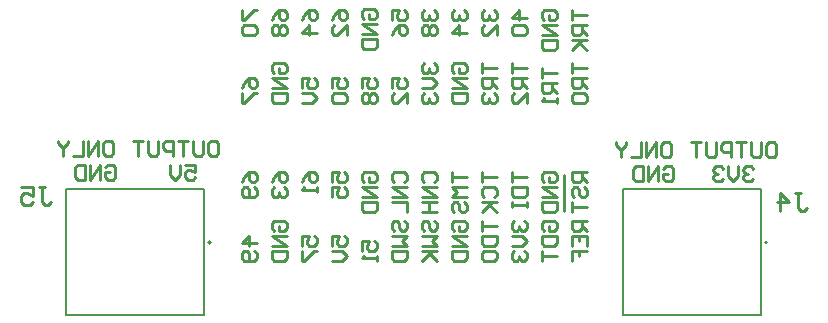
<source format=gbo>
G04*
G04 #@! TF.GenerationSoftware,Altium Limited,Altium Designer,24.0.1 (36)*
G04*
G04 Layer_Color=32896*
%FSLAX44Y44*%
%MOMM*%
G71*
G04*
G04 #@! TF.SameCoordinates,FEA383FD-90B8-454F-AD33-5B4C9E3D299A*
G04*
G04*
G04 #@! TF.FilePolarity,Positive*
G04*
G01*
G75*
%ADD10C,0.2000*%
%ADD11C,0.2540*%
%ADD12C,0.1270*%
D10*
X157850Y44450D02*
G03*
X157850Y44450I-1000J0D01*
G01*
X629250D02*
G03*
X629250Y44450I-1000J0D01*
G01*
D11*
X457200Y71120D02*
Y101600D01*
X476248Y104140D02*
X463552D01*
Y97792D01*
X465668Y95676D01*
X469900D01*
X472016Y97792D01*
Y104140D01*
Y99908D02*
X476248Y95676D01*
X465668Y82980D02*
X463552Y85096D01*
Y89328D01*
X465668Y91444D01*
X467784D01*
X469900Y89328D01*
Y85096D01*
X472016Y82980D01*
X474132D01*
X476248Y85096D01*
Y89328D01*
X474132Y91444D01*
X463552Y78748D02*
Y70284D01*
Y74516D01*
X476248D01*
X476248Y63066D02*
X463552D01*
Y56718D01*
X465668Y54602D01*
X469900D01*
X472016Y56718D01*
Y63066D01*
Y58834D02*
X476248Y54602D01*
X463552Y41906D02*
Y50370D01*
X476248D01*
Y41906D01*
X469900Y50370D02*
Y46138D01*
X463552Y29210D02*
Y37674D01*
X469900D01*
Y33442D01*
Y37674D01*
X476248D01*
X440268Y54602D02*
X438152Y56718D01*
Y60950D01*
X440268Y63066D01*
X448732D01*
X450848Y60950D01*
Y56718D01*
X448732Y54602D01*
X444500D01*
Y58834D01*
X438152Y50370D02*
X450848D01*
Y44022D01*
X448732Y41906D01*
X440268D01*
X438152Y44022D01*
Y50370D01*
Y37674D02*
Y29210D01*
Y33442D01*
X450848D01*
X414868Y63066D02*
X412752Y60950D01*
Y56718D01*
X414868Y54602D01*
X416984D01*
X419100Y56718D01*
Y58834D01*
Y56718D01*
X421216Y54602D01*
X423332D01*
X425448Y56718D01*
Y60950D01*
X423332Y63066D01*
X412752Y50370D02*
X421216D01*
X425448Y46138D01*
X421216Y41906D01*
X412752D01*
X414868Y37674D02*
X412752Y35558D01*
Y31326D01*
X414868Y29210D01*
X416984D01*
X419100Y31326D01*
Y33442D01*
Y31326D01*
X421216Y29210D01*
X423332D01*
X425448Y31326D01*
Y35558D01*
X423332Y37674D01*
X387352Y63066D02*
Y54602D01*
Y58834D01*
X400048D01*
X387352Y50370D02*
X400048D01*
Y44022D01*
X397932Y41906D01*
X389468D01*
X387352Y44022D01*
Y50370D01*
Y31326D02*
Y35558D01*
X389468Y37674D01*
X397932D01*
X400048Y35558D01*
Y31326D01*
X397932Y29210D01*
X389468D01*
X387352Y31326D01*
X364068Y54602D02*
X361952Y56718D01*
Y60950D01*
X364068Y63066D01*
X372532D01*
X374648Y60950D01*
Y56718D01*
X372532Y54602D01*
X368300D01*
Y58834D01*
X374648Y50370D02*
X361952D01*
X374648Y41906D01*
X361952D01*
Y37674D02*
X374648D01*
Y31326D01*
X372532Y29210D01*
X364068D01*
X361952Y31326D01*
Y37674D01*
X338668Y54602D02*
X336552Y56718D01*
Y60950D01*
X338668Y63066D01*
X340784D01*
X342900Y60950D01*
Y56718D01*
X345016Y54602D01*
X347132D01*
X349248Y56718D01*
Y60950D01*
X347132Y63066D01*
X336552Y50370D02*
X349248D01*
X345016Y46138D01*
X349248Y41906D01*
X336552D01*
Y37674D02*
X349248D01*
X345016D01*
X336552Y29210D01*
X342900Y35558D01*
X349248Y29210D01*
X313268Y54602D02*
X311152Y56718D01*
Y60950D01*
X313268Y63066D01*
X315384D01*
X317500Y60950D01*
Y56718D01*
X319616Y54602D01*
X321732D01*
X323848Y56718D01*
Y60950D01*
X321732Y63066D01*
X311152Y50370D02*
X323848D01*
X319616Y46138D01*
X323848Y41906D01*
X311152D01*
Y37674D02*
X323848D01*
Y31326D01*
X321732Y29210D01*
X313268D01*
X311152Y31326D01*
Y37674D01*
X285752D02*
Y46138D01*
X292100D01*
X289984Y41906D01*
Y39790D01*
X292100Y37674D01*
X296332D01*
X298448Y39790D01*
Y44022D01*
X296332Y46138D01*
X298448Y33442D02*
Y29210D01*
Y31326D01*
X285752D01*
X287868Y33442D01*
X260352Y41906D02*
Y50370D01*
X266700D01*
X264584Y46138D01*
Y44022D01*
X266700Y41906D01*
X270932D01*
X273048Y44022D01*
Y48254D01*
X270932Y50370D01*
X260352Y37674D02*
X268816D01*
X273048Y33442D01*
X268816Y29210D01*
X260352D01*
X234952Y41906D02*
Y50370D01*
X241300D01*
X239184Y46138D01*
Y44022D01*
X241300Y41906D01*
X245532D01*
X247648Y44022D01*
Y48254D01*
X245532Y50370D01*
X234952Y37674D02*
Y29210D01*
X237068D01*
X245532Y37674D01*
X247648D01*
X211668Y54602D02*
X209552Y56718D01*
Y60950D01*
X211668Y63066D01*
X220132D01*
X222248Y60950D01*
Y56718D01*
X220132Y54602D01*
X215900D01*
Y58834D01*
X222248Y50370D02*
X209552D01*
X222248Y41906D01*
X209552D01*
Y37674D02*
X222248D01*
Y31326D01*
X220132Y29210D01*
X211668D01*
X209552Y31326D01*
Y37674D01*
X196848Y44022D02*
X184152D01*
X190500Y50370D01*
Y41906D01*
X194732Y37674D02*
X196848Y35558D01*
Y31326D01*
X194732Y29210D01*
X186268D01*
X184152Y31326D01*
Y35558D01*
X186268Y37674D01*
X188384D01*
X190500Y35558D01*
Y29210D01*
X68572Y108372D02*
X70688Y110488D01*
X74920D01*
X77036Y108372D01*
Y99908D01*
X74920Y97792D01*
X70688D01*
X68572Y99908D01*
Y104140D01*
X72804D01*
X64340Y97792D02*
Y110488D01*
X55876Y97792D01*
Y110488D01*
X51644D02*
Y97792D01*
X45296D01*
X43180Y99908D01*
Y108372D01*
X45296Y110488D01*
X51644D01*
X157884Y130808D02*
X162115D01*
X164231Y128692D01*
Y120228D01*
X162115Y118112D01*
X157884D01*
X155767Y120228D01*
Y128692D01*
X157884Y130808D01*
X151536D02*
Y120228D01*
X149419Y118112D01*
X145188D01*
X143072Y120228D01*
Y130808D01*
X138840D02*
X130376D01*
X134608D01*
Y118112D01*
X126144D02*
Y130808D01*
X119796D01*
X117680Y128692D01*
Y124460D01*
X119796Y122344D01*
X126144D01*
X113448Y130808D02*
Y120228D01*
X111332Y118112D01*
X107100D01*
X104984Y120228D01*
Y130808D01*
X100752D02*
X92288D01*
X96520D01*
Y118112D01*
X69012Y130808D02*
X73244D01*
X75360Y128692D01*
Y120228D01*
X73244Y118112D01*
X69012D01*
X66896Y120228D01*
Y128692D01*
X69012Y130808D01*
X62664Y118112D02*
Y130808D01*
X54200Y118112D01*
Y130808D01*
X49968D02*
Y118112D01*
X41505D01*
X37273Y130808D02*
Y128692D01*
X33041Y124460D01*
X28809Y128692D01*
Y130808D01*
X33041Y124460D02*
Y118112D01*
X136316Y110488D02*
X144780D01*
Y104140D01*
X140548Y106256D01*
X138432D01*
X136316Y104140D01*
Y99908D01*
X138432Y97792D01*
X142664D01*
X144780Y99908D01*
X132084Y110488D02*
Y102024D01*
X127852Y97792D01*
X123620Y102024D01*
Y110488D01*
X630323Y129538D02*
X634555D01*
X636671Y127422D01*
Y118958D01*
X634555Y116842D01*
X630323D01*
X628208Y118958D01*
Y127422D01*
X630323Y129538D01*
X623975D02*
Y118958D01*
X621860Y116842D01*
X617628D01*
X615512Y118958D01*
Y129538D01*
X611280D02*
X602816D01*
X607048D01*
Y116842D01*
X598584D02*
Y129538D01*
X592236D01*
X590120Y127422D01*
Y123190D01*
X592236Y121074D01*
X598584D01*
X585888Y129538D02*
Y118958D01*
X583772Y116842D01*
X579540D01*
X577424Y118958D01*
Y129538D01*
X573192D02*
X564728D01*
X568960D01*
Y116842D01*
X541452Y129538D02*
X545684D01*
X547800Y127422D01*
Y118958D01*
X545684Y116842D01*
X541452D01*
X539336Y118958D01*
Y127422D01*
X541452Y129538D01*
X535104Y116842D02*
Y129538D01*
X526640Y116842D01*
Y129538D01*
X522408D02*
Y116842D01*
X513945D01*
X509712Y129538D02*
Y127422D01*
X505481Y123190D01*
X501249Y127422D01*
Y129538D01*
X505481Y123190D02*
Y116842D01*
X541012Y107102D02*
X543128Y109218D01*
X547360D01*
X549476Y107102D01*
Y98638D01*
X547360Y96522D01*
X543128D01*
X541012Y98638D01*
Y102870D01*
X545244D01*
X536780Y96522D02*
Y109218D01*
X528316Y96522D01*
Y109218D01*
X524084D02*
Y96522D01*
X517736D01*
X515620Y98638D01*
Y107102D01*
X517736Y109218D01*
X524084D01*
X617220Y107102D02*
X615104Y109218D01*
X610872D01*
X608756Y107102D01*
Y104986D01*
X610872Y102870D01*
X612988D01*
X610872D01*
X608756Y100754D01*
Y98638D01*
X610872Y96522D01*
X615104D01*
X617220Y98638D01*
X604524Y109218D02*
Y100754D01*
X600292Y96522D01*
X596060Y100754D01*
Y109218D01*
X591828Y107102D02*
X589712Y109218D01*
X585480D01*
X583364Y107102D01*
Y104986D01*
X585480Y102870D01*
X587596D01*
X585480D01*
X583364Y100754D01*
Y98638D01*
X585480Y96522D01*
X589712D01*
X591828Y98638D01*
X338668Y95676D02*
X336552Y97792D01*
Y102024D01*
X338668Y104140D01*
X347132D01*
X349248Y102024D01*
Y97792D01*
X347132Y95676D01*
X349248Y91444D02*
X336552D01*
X349248Y82980D01*
X336552D01*
Y78748D02*
X349248D01*
X342900D01*
Y70284D01*
X336552D01*
X349248D01*
X313268Y95676D02*
X311152Y97792D01*
Y102024D01*
X313268Y104140D01*
X321732D01*
X323848Y102024D01*
Y97792D01*
X321732Y95676D01*
X323848Y91444D02*
X311152D01*
X323848Y82980D01*
X311152D01*
Y78748D02*
X323848D01*
Y70284D01*
X260352Y232836D02*
X262468Y237068D01*
X266700Y241300D01*
X270932D01*
X273048Y239184D01*
Y234952D01*
X270932Y232836D01*
X268816D01*
X266700Y234952D01*
Y241300D01*
X273048Y220140D02*
Y228604D01*
X264584Y220140D01*
X262468D01*
X260352Y222256D01*
Y226488D01*
X262468Y228604D01*
X184152Y241300D02*
Y232836D01*
X186268D01*
X194732Y241300D01*
X196848D01*
X186268Y228604D02*
X184152Y226488D01*
Y222256D01*
X186268Y220140D01*
X194732D01*
X196848Y222256D01*
Y226488D01*
X194732Y228604D01*
X186268D01*
X209552Y232836D02*
X211668Y237068D01*
X215900Y241300D01*
X220132D01*
X222248Y239184D01*
Y234952D01*
X220132Y232836D01*
X218016D01*
X215900Y234952D01*
Y241300D01*
X211668Y228604D02*
X209552Y226488D01*
Y222256D01*
X211668Y220140D01*
X213784D01*
X215900Y222256D01*
X218016Y220140D01*
X220132D01*
X222248Y222256D01*
Y226488D01*
X220132Y228604D01*
X218016D01*
X215900Y226488D01*
X213784Y228604D01*
X211668D01*
X215900Y226488D02*
Y222256D01*
X234952Y232836D02*
X237068Y237068D01*
X241300Y241300D01*
X245532D01*
X247648Y239184D01*
Y234952D01*
X245532Y232836D01*
X243416D01*
X241300Y234952D01*
Y241300D01*
X247648Y222256D02*
X234952D01*
X241300Y228604D01*
Y220140D01*
X287868Y233672D02*
X285752Y235788D01*
Y240020D01*
X287868Y242136D01*
X296332D01*
X298448Y240020D01*
Y235788D01*
X296332Y233672D01*
X292100D01*
Y237904D01*
X298448Y229440D02*
X285752D01*
X298448Y220976D01*
X285752D01*
Y216744D02*
X298448D01*
Y210396D01*
X296332Y208280D01*
X287868D01*
X285752Y210396D01*
Y216744D01*
X311152Y232836D02*
Y241300D01*
X317500D01*
X315384Y237068D01*
Y234952D01*
X317500Y232836D01*
X321732D01*
X323848Y234952D01*
Y239184D01*
X321732Y241300D01*
X311152Y220140D02*
X313268Y224372D01*
X317500Y228604D01*
X321732D01*
X323848Y226488D01*
Y222256D01*
X321732Y220140D01*
X319616D01*
X317500Y222256D01*
Y228604D01*
X338668Y241300D02*
X336552Y239184D01*
Y234952D01*
X338668Y232836D01*
X340784D01*
X342900Y234952D01*
Y237068D01*
Y234952D01*
X345016Y232836D01*
X347132D01*
X349248Y234952D01*
Y239184D01*
X347132Y241300D01*
X338668Y228604D02*
X336552Y226488D01*
Y222256D01*
X338668Y220140D01*
X340784D01*
X342900Y222256D01*
X345016Y220140D01*
X347132D01*
X349248Y222256D01*
Y226488D01*
X347132Y228604D01*
X345016D01*
X342900Y226488D01*
X340784Y228604D01*
X338668D01*
X342900Y226488D02*
Y222256D01*
X364068Y241300D02*
X361952Y239184D01*
Y234952D01*
X364068Y232836D01*
X366184D01*
X368300Y234952D01*
Y237068D01*
Y234952D01*
X370416Y232836D01*
X372532D01*
X374648Y234952D01*
Y239184D01*
X372532Y241300D01*
X374648Y222256D02*
X361952D01*
X368300Y228604D01*
Y220140D01*
X389468Y241300D02*
X387352Y239184D01*
Y234952D01*
X389468Y232836D01*
X391584D01*
X393700Y234952D01*
Y237068D01*
Y234952D01*
X395816Y232836D01*
X397932D01*
X400048Y234952D01*
Y239184D01*
X397932Y241300D01*
X400048Y220140D02*
Y228604D01*
X391584Y220140D01*
X389468D01*
X387352Y222256D01*
Y226488D01*
X389468Y228604D01*
X425448Y234952D02*
X412752D01*
X419100Y241300D01*
Y232836D01*
X414868Y228604D02*
X412752Y226488D01*
Y222256D01*
X414868Y220140D01*
X423332D01*
X425448Y222256D01*
Y226488D01*
X423332Y228604D01*
X414868D01*
X440268Y232836D02*
X438152Y234952D01*
Y239184D01*
X440268Y241300D01*
X448732D01*
X450848Y239184D01*
Y234952D01*
X448732Y232836D01*
X444500D01*
Y237068D01*
X450848Y228604D02*
X438152D01*
X450848Y220140D01*
X438152D01*
Y215908D02*
X450848D01*
Y209560D01*
X448732Y207444D01*
X440268D01*
X438152Y209560D01*
Y215908D01*
X463552Y241300D02*
Y232836D01*
Y237068D01*
X476248D01*
Y228604D02*
X463552D01*
Y222256D01*
X465668Y220140D01*
X469900D01*
X472016Y222256D01*
Y228604D01*
Y224372D02*
X476248Y220140D01*
X463552Y215908D02*
X476248D01*
X472016D01*
X463552Y207444D01*
X469900Y213792D01*
X476248Y207444D01*
X463552Y196416D02*
Y187952D01*
Y192184D01*
X476248D01*
Y183720D02*
X463552D01*
Y177372D01*
X465668Y175256D01*
X469900D01*
X472016Y177372D01*
Y183720D01*
Y179488D02*
X476248Y175256D01*
X465668Y171024D02*
X463552Y168908D01*
Y164676D01*
X465668Y162560D01*
X474132D01*
X476248Y164676D01*
Y168908D01*
X474132Y171024D01*
X465668D01*
X438152Y192184D02*
Y183720D01*
Y187952D01*
X450848D01*
Y179488D02*
X438152D01*
Y173140D01*
X440268Y171024D01*
X444500D01*
X446616Y173140D01*
Y179488D01*
Y175256D02*
X450848Y171024D01*
Y166792D02*
Y162560D01*
Y164676D01*
X438152D01*
X440268Y166792D01*
X412752Y196416D02*
Y187952D01*
Y192184D01*
X425448D01*
Y183720D02*
X412752D01*
Y177372D01*
X414868Y175256D01*
X419100D01*
X421216Y177372D01*
Y183720D01*
Y179488D02*
X425448Y175256D01*
Y162560D02*
Y171024D01*
X416984Y162560D01*
X414868D01*
X412752Y164676D01*
Y168908D01*
X414868Y171024D01*
X387352Y196416D02*
Y187952D01*
Y192184D01*
X400048D01*
Y183720D02*
X387352D01*
Y177372D01*
X389468Y175256D01*
X393700D01*
X395816Y177372D01*
Y183720D01*
Y179488D02*
X400048Y175256D01*
X389468Y171024D02*
X387352Y168908D01*
Y164676D01*
X389468Y162560D01*
X391584D01*
X393700Y164676D01*
Y166792D01*
Y164676D01*
X395816Y162560D01*
X397932D01*
X400048Y164676D01*
Y168908D01*
X397932Y171024D01*
X364068Y187952D02*
X361952Y190068D01*
Y194300D01*
X364068Y196416D01*
X372532D01*
X374648Y194300D01*
Y190068D01*
X372532Y187952D01*
X368300D01*
Y192184D01*
X374648Y183720D02*
X361952D01*
X374648Y175256D01*
X361952D01*
Y171024D02*
X374648D01*
Y164676D01*
X372532Y162560D01*
X364068D01*
X361952Y164676D01*
Y171024D01*
X338668Y196416D02*
X336552Y194300D01*
Y190068D01*
X338668Y187952D01*
X340784D01*
X342900Y190068D01*
Y192184D01*
Y190068D01*
X345016Y187952D01*
X347132D01*
X349248Y190068D01*
Y194300D01*
X347132Y196416D01*
X336552Y183720D02*
X345016D01*
X349248Y179488D01*
X345016Y175256D01*
X336552D01*
X338668Y171024D02*
X336552Y168908D01*
Y164676D01*
X338668Y162560D01*
X340784D01*
X342900Y164676D01*
Y166792D01*
Y164676D01*
X345016Y162560D01*
X347132D01*
X349248Y164676D01*
Y168908D01*
X347132Y171024D01*
X311152Y175256D02*
Y183720D01*
X317500D01*
X315384Y179488D01*
Y177372D01*
X317500Y175256D01*
X321732D01*
X323848Y177372D01*
Y181604D01*
X321732Y183720D01*
X323848Y162560D02*
Y171024D01*
X315384Y162560D01*
X313268D01*
X311152Y164676D01*
Y168908D01*
X313268Y171024D01*
X285752Y175256D02*
Y183720D01*
X292100D01*
X289984Y179488D01*
Y177372D01*
X292100Y175256D01*
X296332D01*
X298448Y177372D01*
Y181604D01*
X296332Y183720D01*
X287868Y171024D02*
X285752Y168908D01*
Y164676D01*
X287868Y162560D01*
X289984D01*
X292100Y164676D01*
X294216Y162560D01*
X296332D01*
X298448Y164676D01*
Y168908D01*
X296332Y171024D01*
X294216D01*
X292100Y168908D01*
X289984Y171024D01*
X287868D01*
X292100Y168908D02*
Y164676D01*
X260352Y175256D02*
Y183720D01*
X266700D01*
X264584Y179488D01*
Y177372D01*
X266700Y175256D01*
X270932D01*
X273048Y177372D01*
Y181604D01*
X270932Y183720D01*
X262468Y171024D02*
X260352Y168908D01*
Y164676D01*
X262468Y162560D01*
X270932D01*
X273048Y164676D01*
Y168908D01*
X270932Y171024D01*
X262468D01*
X234952Y175256D02*
Y183720D01*
X241300D01*
X239184Y179488D01*
Y177372D01*
X241300Y175256D01*
X245532D01*
X247648Y177372D01*
Y181604D01*
X245532Y183720D01*
X234952Y171024D02*
X243416D01*
X247648Y166792D01*
X243416Y162560D01*
X234952D01*
X211668Y187952D02*
X209552Y190068D01*
Y194300D01*
X211668Y196416D01*
X220132D01*
X222248Y194300D01*
Y190068D01*
X220132Y187952D01*
X215900D01*
Y192184D01*
X222248Y183720D02*
X209552D01*
X222248Y175256D01*
X209552D01*
Y171024D02*
X222248D01*
Y164676D01*
X220132Y162560D01*
X211668D01*
X209552Y164676D01*
Y171024D01*
X184152Y175256D02*
X186268Y179488D01*
X190500Y183720D01*
X194732D01*
X196848Y181604D01*
Y177372D01*
X194732Y175256D01*
X192616D01*
X190500Y177372D01*
Y183720D01*
X184152Y171024D02*
Y162560D01*
X186268D01*
X194732Y171024D01*
X196848D01*
X440268Y95676D02*
X438152Y97792D01*
Y102024D01*
X440268Y104140D01*
X448732D01*
X450848Y102024D01*
Y97792D01*
X448732Y95676D01*
X444500D01*
Y99908D01*
X450848Y91444D02*
X438152D01*
X450848Y82980D01*
X438152D01*
Y78748D02*
X450848D01*
Y72400D01*
X448732Y70284D01*
X440268D01*
X438152Y72400D01*
Y78748D01*
X412752Y104140D02*
Y95676D01*
Y99908D01*
X425448D01*
X412752Y91444D02*
X425448D01*
Y85096D01*
X423332Y82980D01*
X414868D01*
X412752Y85096D01*
Y91444D01*
Y78748D02*
Y74516D01*
Y76632D01*
X425448D01*
Y78748D01*
Y74516D01*
X387352Y104140D02*
Y95676D01*
Y99908D01*
X400048D01*
X389468Y82980D02*
X387352Y85096D01*
Y89328D01*
X389468Y91444D01*
X397932D01*
X400048Y89328D01*
Y85096D01*
X397932Y82980D01*
X387352Y78748D02*
X400048D01*
X395816D01*
X387352Y70284D01*
X393700Y76632D01*
X400048Y70284D01*
X361952Y104140D02*
Y95676D01*
Y99908D01*
X374648D01*
Y91444D02*
X361952D01*
X366184Y87212D01*
X361952Y82980D01*
X374648D01*
X364068Y70284D02*
X361952Y72400D01*
Y76632D01*
X364068Y78748D01*
X366184D01*
X368300Y76632D01*
Y72400D01*
X370416Y70284D01*
X372532D01*
X374648Y72400D01*
Y76632D01*
X372532Y78748D01*
X287868Y95676D02*
X285752Y97792D01*
Y102024D01*
X287868Y104140D01*
X296332D01*
X298448Y102024D01*
Y97792D01*
X296332Y95676D01*
X292100D01*
Y99908D01*
X298448Y91444D02*
X285752D01*
X298448Y82980D01*
X285752D01*
Y78748D02*
X298448D01*
Y72400D01*
X296332Y70284D01*
X287868D01*
X285752Y72400D01*
Y78748D01*
X260352Y95676D02*
Y104140D01*
X266700D01*
X264584Y99908D01*
Y97792D01*
X266700Y95676D01*
X270932D01*
X273048Y97792D01*
Y102024D01*
X270932Y104140D01*
X260352Y82980D02*
Y91444D01*
X266700D01*
X264584Y87212D01*
Y85096D01*
X266700Y82980D01*
X270932D01*
X273048Y85096D01*
Y89328D01*
X270932Y91444D01*
X234952Y95676D02*
X237068Y99908D01*
X241300Y104140D01*
X245532D01*
X247648Y102024D01*
Y97792D01*
X245532Y95676D01*
X243416D01*
X241300Y97792D01*
Y104140D01*
X247648Y91444D02*
Y87212D01*
Y89328D01*
X234952D01*
X237068Y91444D01*
X209552Y95676D02*
X211668Y99908D01*
X215900Y104140D01*
X220132D01*
X222248Y102024D01*
Y97792D01*
X220132Y95676D01*
X218016D01*
X215900Y97792D01*
Y104140D01*
X211668Y91444D02*
X209552Y89328D01*
Y85096D01*
X211668Y82980D01*
X213784D01*
X215900Y85096D01*
Y87212D01*
Y85096D01*
X218016Y82980D01*
X220132D01*
X222248Y85096D01*
Y89328D01*
X220132Y91444D01*
X184152Y95676D02*
X186268Y99908D01*
X190500Y104140D01*
X194732D01*
X196848Y102024D01*
Y97792D01*
X194732Y95676D01*
X192616D01*
X190500Y97792D01*
Y104140D01*
X194732Y91444D02*
X196848Y89328D01*
Y85096D01*
X194732Y82980D01*
X186268D01*
X184152Y85096D01*
Y89328D01*
X186268Y91444D01*
X188384D01*
X190500Y89328D01*
Y82980D01*
X12699Y91438D02*
X17778D01*
X15238D01*
Y78742D01*
X17778Y76203D01*
X20317D01*
X22856Y78742D01*
X-2536Y91438D02*
X7621D01*
Y83820D01*
X2542Y86359D01*
X3D01*
X-2536Y83820D01*
Y78742D01*
X3Y76203D01*
X5082D01*
X7621Y78742D01*
X652779Y86357D02*
X657858D01*
X655318D01*
Y73662D01*
X657858Y71122D01*
X660397D01*
X662936Y73662D01*
X640083Y71122D02*
Y86357D01*
X647701Y78740D01*
X637544D01*
D12*
X152400Y-16510D02*
Y90170D01*
X35560D02*
X152400D01*
X35560Y-16510D02*
Y90170D01*
Y-16510D02*
X152400D01*
X506960D02*
X623800D01*
X506960D02*
Y90170D01*
X623800D01*
Y-16510D02*
Y90170D01*
M02*

</source>
